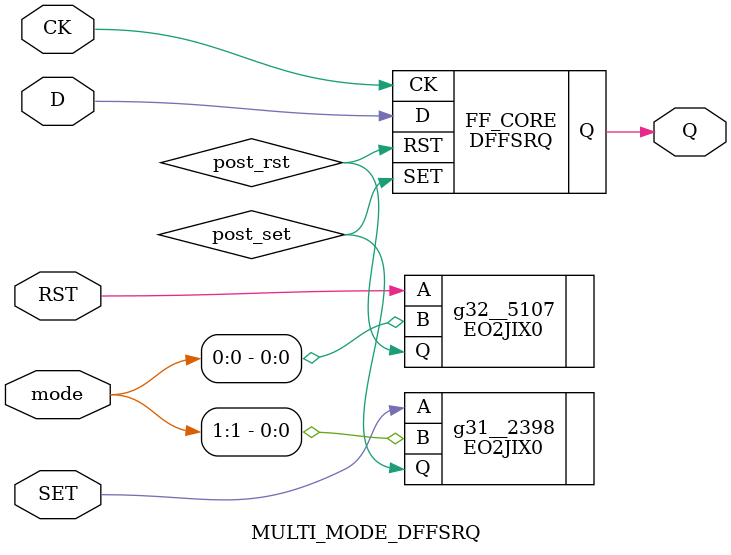
<source format=v>


// Verification Directory fv/MULTI_MODE_DFFSRQ 

module DFFSRQ(SET, RST, CK, D, Q);
  input SET, RST, CK, D;
  output Q;
  wire SET, RST, CK, D;
  wire Q;
  wire n_0, n_1;
  DFRRSQJIX1 q_reg_reg(.RN (n_0), .SN (n_1), .C (CK), .D (D), .Q (Q));
  INVJIX0 g25(.A (SET), .Q (n_1));
  INVJIX0 g26(.A (RST), .Q (n_0));
endmodule

module MULTI_MODE_DFFSRQ(SET, RST, CK, D, Q, mode);
  input SET, RST, CK, D;
  input [0:1] mode;
  output Q;
  wire SET, RST, CK, D;
  wire [0:1] mode;
  wire Q;
  wire post_rst, post_set;
  DFFSRQ FF_CORE(.SET (post_set), .RST (post_rst), .CK (CK), .D (D), .Q
       (Q));
  EO2JIX0 g31__2398(.A (SET), .B (mode[1]), .Q (post_set));
  EO2JIX0 g32__5107(.A (RST), .B (mode[0]), .Q (post_rst));
endmodule


</source>
